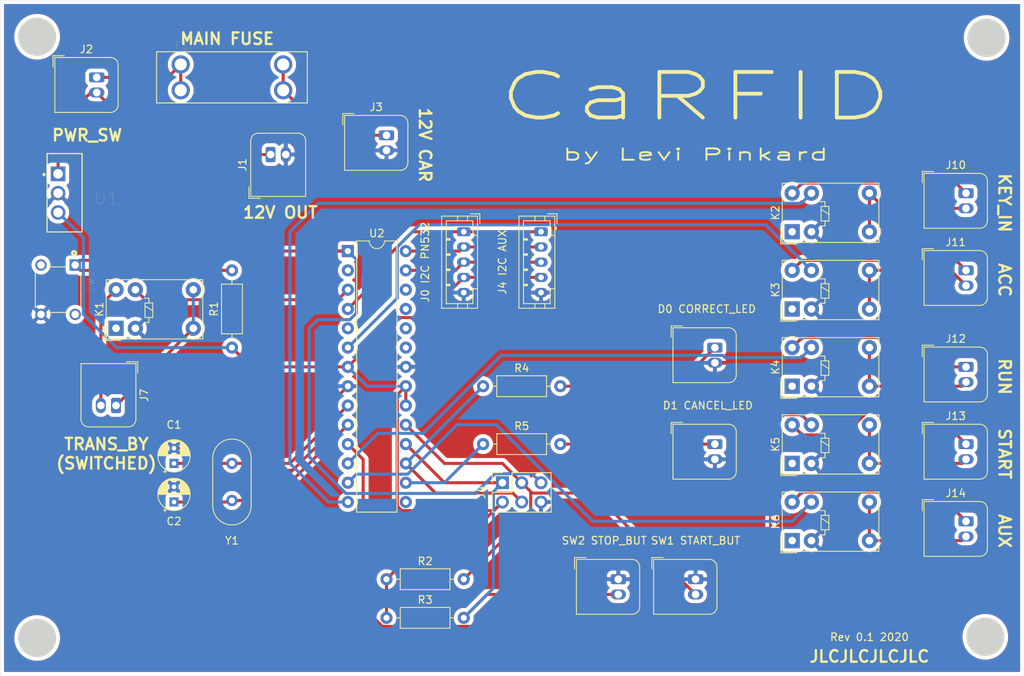
<source format=kicad_pcb>
(kicad_pcb (version 20201116) (generator pcbnew)
  (layers (0 "F.Cu" signal "Front") (31 "B.Cu" signal "Back") (35 "F.Paste" user) (37 "F.SilkS" user "F.Silkscreen") (38 "B.Mask" user) (39 "F.Mask" user) (44 "Edge.Cuts" user))
  (net 0 "")
  (net 1 "GND")
  (net 2 "Net-(J1-Pad1)")
  (net 3 "Net-(K1-Pad1)")
  (net 4 "Net-(K1-Pad9)")
  (net 5 "Net-(K2-Pad1)")
  (net 6 "Net-(K3-Pad1)")
  (net 7 "Net-(K3-Pad9)")
  (net 8 "Net-(K4-Pad1)")
  (net 9 "Net-(K4-Pad9)")
  (net 10 "Net-(C1-Pad1)")
  (net 11 "Net-(D1-Pad1)")
  (net 12 "Net-(K2-Pad9)")
  (net 13 "+12V")
  (net 14 "Net-(K5-Pad1)")
  (net 15 "Net-(C2-Pad1)")
  (net 16 "Net-(D2-Pad1)")
  (net 17 "Net-(F1-Pad1)")
  (net 18 "Net-(J4-Pad1)")
  (net 19 "Net-(J4-Pad2)")
  (net 20 "Net-(J4-Pad3)")
  (net 21 "Net-(J4-Pad4)")
  (net 22 "Net-(J4-Pad5)")
  (net 23 "Net-(J5-Pad1)")
  (net 24 "Net-(J5-Pad2)")
  (net 25 "Net-(J5-Pad3)")
  (net 26 "Net-(J7-Pad2)")
  (net 27 "Net-(J7-Pad1)")
  (net 28 "Net-(J10-Pad2)")
  (net 29 "Net-(J10-Pad1)")
  (net 30 "Net-(J11-Pad2)")
  (net 31 "Net-(J11-Pad1)")
  (net 32 "Net-(J12-Pad2)")
  (net 33 "Net-(J12-Pad1)")
  (net 34 "Net-(J13-Pad2)")
  (net 35 "Net-(J13-Pad1)")
  (net 36 "Net-(J14-Pad2)")
  (net 37 "Net-(J14-Pad1)")
  (net 38 "Net-(K5-Pad9)")
  (net 39 "Net-(K6-Pad1)")
  (net 40 "Net-(K6-Pad9)")
  (net 41 "Net-(R5-Pad1)")
  (net 42 "Net-(SW1-Pad2)")
  (net 43 "Net-(SW1-Pad3)")
  (net 44 "Net-(U2-Pad2)")
  (net 45 "Net-(U2-Pad5)")
  (net 46 "Net-(U2-Pad15)")
  (net 47 "Net-(U2-Pad23)")
  (net 48 "Net-(U2-Pad24)")
  (net 49 "Net-(U2-Pad25)")
  (net 50 "Net-(U2-Pad26)")
  (footprint "Capacitor_THT:CP_Radial_D4.0mm_P2.00mm" (layer "F.Cu") (at 38.1 101.6 90)
    (fp_text reference "C1" (at 5.08 0 180) (layer "F.SilkS"))
    (fp_text value "20pF")
    (pad "1" thru_hole rect (at 0 0 90) (size 1.2 1.2) (drill 0.6) (layers *.Cu *.Mask) (net 10 "Net-(C1-Pad1)"))
    (pad "2" thru_hole circle (at 2 0 90) (size 1.2 1.2) (drill 0.6) (layers *.Cu *.Mask) (net 1 "GND"))
  )
  (footprint "Relay_THT:Relay_SPDT_Omron_G5V-1" (layer "F.Cu") (at 119.38 91.44 90)
    (fp_text reference "K4" (at 2.5 -2.2 90) (layer "F.SilkS"))
    (fp_text value "G5V-1")
    (pad "1" thru_hole rect (at 0 0 90) (size 2 2) (drill 1) (layers *.Cu *.Mask) (net 8 "Net-(K4-Pad1)"))
    (pad "2" thru_hole circle (at 0 2.54 90) (size 2 2) (drill 1) (layers *.Cu *.Mask) (net 1 "GND"))
    (pad "5" thru_hole circle (at 0 10.16 90) (size 2 2) (drill 1) (layers *.Cu *.Mask) (net 32 "Net-(J12-Pad2)"))
    (pad "6" thru_hole circle (at 5.08 10.16 90) (size 2 2) (drill 1) (layers *.Cu *.Mask) (net 32 "Net-(J12-Pad2)"))
    (pad "9" thru_hole circle (at 5.08 2.54 90) (size 2 2) (drill 1) (layers *.Cu *.Mask) (net 9 "Net-(K4-Pad9)"))
    (pad "10" thru_hole circle (at 5.08 0 90) (size 2 2) (drill 1) (layers *.Cu *.Mask) (net 33 "Net-(J12-Pad1)"))
  )
  (footprint "Relay_THT:Relay_SPDT_Omron_G5V-1" (layer "F.Cu") (at 119.38 71.12 90)
    (fp_text reference "K2" (at 2.5 -2.2 90) (layer "F.SilkS"))
    (fp_text value "G5V-1")
    (pad "1" thru_hole rect (at 0 0 90) (size 2 2) (drill 1) (layers *.Cu *.Mask) (net 5 "Net-(K2-Pad1)"))
    (pad "2" thru_hole circle (at 0 2.54 90) (size 2 2) (drill 1) (layers *.Cu *.Mask) (net 1 "GND"))
    (pad "5" thru_hole circle (at 0 10.16 90) (size 2 2) (drill 1) (layers *.Cu *.Mask) (net 28 "Net-(J10-Pad2)"))
    (pad "6" thru_hole circle (at 5.08 10.16 90) (size 2 2) (drill 1) (layers *.Cu *.Mask) (net 28 "Net-(J10-Pad2)"))
    (pad "9" thru_hole circle (at 5.08 2.54 90) (size 2 2) (drill 1) (layers *.Cu *.Mask) (net 12 "Net-(K2-Pad9)"))
    (pad "10" thru_hole circle (at 5.08 0 90) (size 2 2) (drill 1) (layers *.Cu *.Mask) (net 29 "Net-(J10-Pad1)"))
  )
  (footprint "Connector_PinSocket_2.54mm:PinSocket_2x03_P2.54mm_Vertical" (layer "F.Cu") (at 81.28 104.14 90)
    (fp_text reference "J4" (at -1.27 -2.77 90) (layer "F.SilkS"))
    (fp_text value "AVR-ISP-6")
    (pad "1" thru_hole rect (at 0 0 90) (size 1.7 1.7) (drill 1) (layers *.Cu *.Mask) (net 18 "Net-(J4-Pad1)"))
    (pad "2" thru_hole oval (at -2.54 0 90) (size 1.7 1.7) (drill 1) (layers *.Cu *.Mask) (net 19 "Net-(J4-Pad2)"))
    (pad "3" thru_hole oval (at 0 2.54 90) (size 1.7 1.7) (drill 1) (layers *.Cu *.Mask) (net 20 "Net-(J4-Pad3)"))
    (pad "4" thru_hole oval (at -2.54 2.54 90) (size 1.7 1.7) (drill 1) (layers *.Cu *.Mask) (net 21 "Net-(J4-Pad4)"))
    (pad "5" thru_hole oval (at 0 5.08 90) (size 1.7 1.7) (drill 1) (layers *.Cu *.Mask) (net 22 "Net-(J4-Pad5)"))
    (pad "6" thru_hole oval (at -2.54 5.08 90) (size 1.7 1.7) (drill 1) (layers *.Cu *.Mask) (net 1 "GND"))
  )
  (footprint "Connector_JST:JST_JWPF_B02B-JWPF-SK-R_1x02_P2.00mm_Vertical" (layer "F.Cu") (at 142.24 99.06)
    (fp_text reference "J13" (at -1.35 -3.7) (layer "F.SilkS"))
    (fp_text value "Conn_01x02")
    (pad "1" thru_hole roundrect (at 0 0) (size 2 1.3) (drill 1) (layers *.Cu *.Mask) (roundrect_rratio 0.1923076923076923) (net 35 "Net-(J13-Pad1)"))
    (pad "2" thru_hole oval (at 0 2) (size 2 1.3) (drill 1) (layers *.Cu *.Mask) (net 34 "Net-(J13-Pad2)"))
  )
  (footprint "Connector_JST:JST_JWPF_B02B-JWPF-SK-R_1x02_P2.00mm_Vertical" (layer "F.Cu") (at 109.22 86.36)
    (fp_text reference "D1" hide)
    (fp_text value "LED")
    (pad "1" thru_hole roundrect (at 0 0) (size 2 1.3) (drill 1) (layers *.Cu *.Mask) (roundrect_rratio 0.1923076923076923) (net 11 "Net-(D1-Pad1)"))
    (pad "2" thru_hole oval (at 0 2) (size 2 1.3) (drill 1) (layers *.Cu *.Mask) (net 1 "GND"))
  )
  (footprint "Relay_THT:Relay_SPDT_Omron_G5V-1" (layer "F.Cu") (at 119.38 111.76 90)
    (fp_text reference "K6" (at 2.5 -2.2 90) (layer "F.SilkS"))
    (fp_text value "G5V-1")
    (pad "1" thru_hole rect (at 0 0 90) (size 2 2) (drill 1) (layers *.Cu *.Mask) (net 39 "Net-(K6-Pad1)"))
    (pad "2" thru_hole circle (at 0 2.54 90) (size 2 2) (drill 1) (layers *.Cu *.Mask) (net 1 "GND"))
    (pad "5" thru_hole circle (at 0 10.16 90) (size 2 2) (drill 1) (layers *.Cu *.Mask) (net 36 "Net-(J14-Pad2)"))
    (pad "6" thru_hole circle (at 5.08 10.16 90) (size 2 2) (drill 1) (layers *.Cu *.Mask) (net 36 "Net-(J14-Pad2)"))
    (pad "9" thru_hole circle (at 5.08 2.54 90) (size 2 2) (drill 1) (layers *.Cu *.Mask) (net 40 "Net-(K6-Pad9)"))
    (pad "10" thru_hole circle (at 5.08 0 90) (size 2 2) (drill 1) (layers *.Cu *.Mask) (net 37 "Net-(J14-Pad1)"))
  )
  (footprint "Package_DIP:DIP-28_W7.62mm" (layer "F.Cu") (at 60.96 73.66)
    (fp_text reference "U2" (at 3.81 -2.33) (layer "F.SilkS"))
    (fp_text value "ATmega328-P")
    (pad "1" thru_hole rect (at 0 0) (size 1.6 1.6) (drill 0.8) (layers *.Cu *.Mask) (net 22 "Net-(J4-Pad5)"))
    (pad "2" thru_hole oval (at 0 2.54) (size 1.6 1.6) (drill 0.8) (layers *.Cu *.Mask) (net 44 "Net-(U2-Pad2)"))
    (pad "3" thru_hole oval (at 0 5.08) (size 1.6 1.6) (drill 0.8) (layers *.Cu *.Mask) (net 4 "Net-(K1-Pad9)"))
    (pad "4" thru_hole oval (at 0 7.62) (size 1.6 1.6) (drill 0.8) (layers *.Cu *.Mask) (net 23 "Net-(J5-Pad1)"))
    (pad "5" thru_hole oval (at 0 10.16) (size 1.6 1.6) (drill 0.8) (layers *.Cu *.Mask) (net 45 "Net-(U2-Pad5)"))
    (pad "6" thru_hole oval (at 0 12.7) (size 1.6 1.6) (drill 0.8) (layers *.Cu *.Mask) (net 7 "Net-(K3-Pad9)"))
    (pad "7" thru_hole oval (at 0 15.24) (size 1.6 1.6) (drill 0.8) (layers *.Cu *.Mask) (net 19 "Net-(J4-Pad2)"))
    (pad "8" thru_hole oval (at 0 17.78) (size 1.6 1.6) (drill 0.8) (layers *.Cu *.Mask) (net 1 "GND"))
    (pad "9" thru_hole oval (at 0 20.32) (size 1.6 1.6) (drill 0.8) (layers *.Cu *.Mask) (net 10 "Net-(C1-Pad1)"))
    (pad "10" thru_hole oval (at 0 22.86) (size 1.6 1.6) (drill 0.8) (layers *.Cu *.Mask) (net 15 "Net-(C2-Pad1)"))
    (pad "11" thru_hole oval (at 0 25.4) (size 1.6 1.6) (drill 0.8) (layers *.Cu *.Mask) (net 38 "Net-(K5-Pad9)"))
    (pad "12" thru_hole oval (at 0 27.94) (size 1.6 1.6) (drill 0.8) (layers *.Cu *.Mask) (net 9 "Net-(K4-Pad9)"))
    (pad "13" thru_hole oval (at 0 30.48) (size 1.6 1.6) (drill 0.8) (layers *.Cu *.Mask) (net 40 "Net-(K6-Pad9)"))
    (pad "14" thru_hole oval (at 0 33.02) (size 1.6 1.6) (drill 0.8) (layers *.Cu *.Mask) (net 12 "Net-(K2-Pad9)"))
    (pad "15" thru_hole oval (at 7.62 33.02) (size 1.6 1.6) (drill 0.8) (layers *.Cu *.Mask) (net 46 "Net-(U2-Pad15)"))
    (pad "16" thru_hole oval (at 7.62 30.48) (size 1.6 1.6) (drill 0.8) (layers *.Cu *.Mask) (net 41 "Net-(R5-Pad1)"))
    (pad "17" thru_hole oval (at 7.62 27.94) (size 1.6 1.6) (drill 0.8) (layers *.Cu *.Mask) (net 21 "Net-(J4-Pad4)"))
    (pad "18" thru_hole oval (at 7.62 25.4) (size 1.6 1.6) (drill 0.8) (layers *.Cu *.Mask) (net 18 "Net-(J4-Pad1)"))
    (pad "19" thru_hole oval (at 7.62 22.86) (size 1.6 1.6) (drill 0.8) (layers *.Cu *.Mask) (net 20 "Net-(J4-Pad3)"))
    (pad "20" thru_hole oval (at 7.62 20.32) (size 1.6 1.6) (drill 0.8) (layers *.Cu *.Mask) (net 19 "Net-(J4-Pad2)"))
    (pad "21" thru_hole oval (at 7.62 17.78) (size 1.6 1.6) (drill 0.8) (layers *.Cu *.Mask) (net 19 "Net-(J4-Pad2)"))
    (pad "22" thru_hole oval (at 7.62 15.24) (size 1.6 1.6) (drill 0.8) (layers *.Cu *.Mask) (net 1 "GND"))
    (pad "23" thru_hole oval (at 7.62 12.7) (size 1.6 1.6) (drill 0.8) (layers *.Cu *.Mask) (net 47 "Net-(U2-Pad23)"))
    (pad "24" thru_hole oval (at 7.62 10.16) (size 1.6 1.6) (drill 0.8) (layers *.Cu *.Mask) (net 48 "Net-(U2-Pad24)"))
    (pad "25" thru_hole oval (at 7.62 7.62) (size 1.6 1.6) (drill 0.8) (layers *.Cu *.Mask) (net 49 "Net-(U2-Pad25)"))
    (pad "26" thru_hole oval (at 7.62 5.08) (size 1.6 1.6) (drill 0.8) (layers *.Cu *.Mask) (net 50 "Net-(U2-Pad26)"))
    (pad "27" thru_hole oval (at 7.62 2.54) (size 1.6 1.6) (drill 0.8) (layers *.Cu *.Mask) (net 25 "Net-(J5-Pad3)"))
    (pad "28" thru_hole oval (at 7.62 0) (size 1.6 1.6) (drill 0.8) (layers *.Cu *.Mask) (net 24 "Net-(J5-Pad2)"))
  )
  (footprint "Connector_JST:JST_JWPF_B02B-JWPF-SK-R_1x02_P2.00mm_Vertical" (layer "F.Cu") (at 50.8 60.96 90)
    (fp_text reference "J1" (at -1.35 -3.7 90) (layer "F.SilkS"))
    (fp_text value "Conn_01x02")
    (pad "1" thru_hole roundrect (at 0 0 90) (size 2 1.3) (drill 1) (layers *.Cu *.Mask) (roundrect_rratio 0.1923076923076923) (net 2 "Net-(J1-Pad1)"))
    (pad "2" thru_hole oval (at 0 2 90) (size 2 1.3) (drill 1) (layers *.Cu *.Mask) (net 1 "GND"))
  )
  (footprint "Resistor_THT:R_Axial_DIN0207_L6.3mm_D2.5mm_P10.16mm_Horizontal" (layer "F.Cu") (at 66.04 116.84)
    (fp_text reference "R2" (at 5.08 -2.37) (layer "F.SilkS"))
    (fp_text value "1K")
    (pad "1" thru_hole circle (at 0 0) (size 1.6 1.6) (drill 0.8) (layers *.Cu *.Mask) (net 19 "Net-(J4-Pad2)"))
    (pad "2" thru_hole oval (at 10.16 0) (size 1.6 1.6) (drill 0.8) (layers *.Cu *.Mask) (net 20 "Net-(J4-Pad3)"))
  )
  (footprint "Connector_JST:JST_JWPF_B02B-JWPF-SK-R_1x02_P2.00mm_Vertical" (layer "F.Cu") (at 96.52 116.84)
    (fp_text reference "J9" hide)
    (fp_text value "SW_SPST")
    (pad "1" thru_hole roundrect (at 0 0) (size 2 1.3) (drill 1) (layers *.Cu *.Mask) (roundrect_rratio 0.1923076923076923) (net 1 "GND"))
    (pad "2" thru_hole oval (at 0 2) (size 2 1.3) (drill 1) (layers *.Cu *.Mask) (net 18 "Net-(J4-Pad1)"))
  )
  (footprint "Resistor_THT:R_Axial_DIN0207_L6.3mm_D2.5mm_P10.16mm_Horizontal" (layer "F.Cu") (at 45.72 86.36 90)
    (fp_text reference "R1" (at 5.08 -2.37 90) (layer "F.SilkS"))
    (fp_text value "1K")
    (pad "1" thru_hole circle (at 0 0 90) (size 1.6 1.6) (drill 0.8) (layers *.Cu *.Mask) (net 19 "Net-(J4-Pad2)"))
    (pad "2" thru_hole oval (at 10.16 0 90) (size 1.6 1.6) (drill 0.8) (layers *.Cu *.Mask) (net 22 "Net-(J4-Pad5)"))
  )
  (footprint "Relay_THT:Relay_SPDT_Omron_G5V-1" (layer "F.Cu") (at 119.38 81.28 90)
    (fp_text reference "K3" (at 2.5 -2.2 90) (layer "F.SilkS"))
    (fp_text value "G5V-1")
    (pad "1" thru_hole rect (at 0 0 90) (size 2 2) (drill 1) (layers *.Cu *.Mask) (net 6 "Net-(K3-Pad1)"))
    (pad "2" thru_hole circle (at 0 2.54 90) (size 2 2) (drill 1) (layers *.Cu *.Mask) (net 1 "GND"))
    (pad "5" thru_hole circle (at 0 10.16 90) (size 2 2) (drill 1) (layers *.Cu *.Mask) (net 30 "Net-(J11-Pad2)"))
    (pad "6" thru_hole circle (at 5.08 10.16 90) (size 2 2) (drill 1) (layers *.Cu *.Mask) (net 30 "Net-(J11-Pad2)"))
    (pad "9" thru_hole circle (at 5.08 2.54 90) (size 2 2) (drill 1) (layers *.Cu *.Mask) (net 7 "Net-(K3-Pad9)"))
    (pad "10" thru_hole circle (at 5.08 0 90) (size 2 2) (drill 1) (layers *.Cu *.Mask) (net 31 "Net-(J11-Pad1)"))
  )
  (footprint "voltage2:TO254P460X1020X1945-3P" (layer "F.Cu") (at 22.86 66.04)
    (fp_text reference "U1" (at 6.35 0.635) (layer "F.SilkS") (effects (font (size 1.641433 1.641433) (thickness 0.015))))
    (fp_text value "L7805ACV")
    (pad "1" thru_hole rect (at 0 -2.54) (size 1.91 1.91) (drill 1.27) (layers *.Cu *.Mask) (net 2 "Net-(J1-Pad1)"))
    (pad "2" thru_hole circle (at 0 0) (size 1.91 1.91) (drill 1.27) (layers *.Cu *.Mask) (net 1 "GND"))
    (pad "3" thru_hole circle (at 0 2.54) (size 1.91 1.91) (drill 1.27) (layers *.Cu *.Mask) (net 19 "Net-(J4-Pad2)"))
  )
  (footprint "Resistor_THT:R_Axial_DIN0207_L6.3mm_D2.5mm_P10.16mm_Horizontal" (layer "F.Cu") (at 78.74 91.44)
    (fp_text reference "R4" (at 5.08 -2.37) (layer "F.SilkS"))
    (fp_text value "330")
    (pad "1" thru_hole circle (at 0 0) (size 1.6 1.6) (drill 0.8) (layers *.Cu *.Mask) (net 21 "Net-(J4-Pad4)"))
    (pad "2" thru_hole oval (at 10.16 0) (size 1.6 1.6) (drill 0.8) (layers *.Cu *.Mask) (net 11 "Net-(D1-Pad1)"))
  )
  (footprint "Connector_JST:JST_JWPF_B02B-JWPF-SK-R_1x02_P2.00mm_Vertical" (layer "F.Cu") (at 109.22 99.06)
    (fp_text reference "D2" hide)
    (fp_text value "LED")
    (pad "1" thru_hole roundrect (at 0 0) (size 2 1.3) (drill 1) (layers *.Cu *.Mask) (roundrect_rratio 0.1923076923076923) (net 16 "Net-(D2-Pad1)"))
    (pad "2" thru_hole oval (at 0 2) (size 2 1.3) (drill 1) (layers *.Cu *.Mask) (net 1 "GND"))
  )
  (footprint "Connector_JST:JST_JWPF_B02B-JWPF-SK-R_1x02_P2.00mm_Vertical" (layer "F.Cu") (at 30.48 93.98 -90)
    (fp_text reference "J7" (at -1.35 -3.7 90) (layer "F.SilkS"))
    (fp_text value "SW_SPST")
    (pad "1" thru_hole roundrect (at 0 0 270) (size 2 1.3) (drill 1) (layers *.Cu *.Mask) (roundrect_rratio 0.1923076923076923) (net 27 "Net-(J7-Pad1)"))
    (pad "2" thru_hole oval (at 0 2 270) (size 2 1.3) (drill 1) (layers *.Cu *.Mask) (net 26 "Net-(J7-Pad2)"))
  )
  (footprint "3557:FUSE_3557-2" (layer "F.Cu") (at 45.72 50.8)
    (fp_text reference "F1" (at -6.61381 -4.14052) (layer "F.SilkS") (effects (font (size 1.001339 1.001339) (thickness 0.015))))
    (fp_text value "Fuse 5A")
    (pad "1" thru_hole circle (at -6.735 -1.7) (size 2.4 2.4) (drill 1.6) (layers *.Cu *.Mask) (net 17 "Net-(F1-Pad1)"))
    (pad "2" thru_hole circle (at -6.735 1.7) (size 2.4 2.4) (drill 1.6) (layers *.Cu *.Mask) (net 17 "Net-(F1-Pad1)"))
    (pad "3" thru_hole circle (at 6.735 -1.7) (size 2.4 2.4) (drill 1.6) (layers *.Cu *.Mask) (net 13 "+12V"))
    (pad "4" thru_hole circle (at 6.735 1.7) (size 2.4 2.4) (drill 1.6) (layers *.Cu *.Mask) (net 13 "+12V"))
  )
  (footprint "Resistor_THT:R_Axial_DIN0207_L6.3mm_D2.5mm_P10.16mm_Horizontal" (layer "F.Cu") (at 66.04 121.92)
    (fp_text reference "R3" (at 5.08 -2.37) (layer "F.SilkS"))
    (fp_text value "1K")
    (pad "1" thru_hole circle (at 0 0) (size 1.6 1.6) (drill 0.8) (layers *.Cu *.Mask) (net 19 "Net-(J4-Pad2)"))
    (pad "2" thru_hole oval (at 10.16 0) (size 1.6 1.6) (drill 0.8) (layers *.Cu *.Mask) (net 18 "Net-(J4-Pad1)"))
  )
  (footprint "Connector_JST:JST_JWPF_B02B-JWPF-SK-R_1x02_P2.00mm_Vertical" (layer "F.Cu") (at 142.24 109.22)
    (fp_text reference "J14" (at -1.35 -3.7) (layer "F.SilkS"))
    (fp_text value "Conn_01x02")
    (pad "1" thru_hole roundrect (at 0 0) (size 2 1.3) (drill 1) (layers *.Cu *.Mask) (roundrect_rratio 0.1923076923076923) (net 37 "Net-(J14-Pad1)"))
    (pad "2" thru_hole oval (at 0 2) (size 2 1.3) (drill 1) (layers *.Cu *.Mask) (net 36 "Net-(J14-Pad2)"))
  )
  (footprint "Connector_JST:JST_JWPF_B02B-JWPF-SK-R_1x02_P2.00mm_Vertical" (layer "F.Cu") (at 106.68 116.84)
    (fp_text reference "J8" hide)
    (fp_text value "SW_SPST")
    (pad "1" thru_hole roundrect (at 0 0) (size 2 1.3) (drill 1) (layers *.Cu *.Mask) (roundrect_rratio 0.1923076923076923) (net 1 "GND"))
    (pad "2" thru_hole oval (at 0 2) (size 2 1.3) (drill 1) (layers *.Cu *.Mask) (net 20 "Net-(J4-Pad3)"))
  )
  (footprint "Connector_JST:JST_JWPF_B02B-JWPF-SK-R_1x02_P2.00mm_Vertical" (layer "F.Cu") (at 142.24 76.2)
    (fp_text reference "J11" (at -1.35 -3.7) (layer "F.SilkS"))
    (fp_text value "Conn_01x02")
    (pad "1" thru_hole roundrect (at 0 0) (size 2 1.3) (drill 1) (layers *.Cu *.Mask) (roundrect_rratio 0.1923076923076923) (net 31 "Net-(J11-Pad1)"))
    (pad "2" thru_hole oval (at 0 2) (size 2 1.3) (drill 1) (layers *.Cu *.Mask) (net 30 "Net-(J11-Pad2)"))
  )
  (footprint "Connector_JST:JST_JWPF_B02B-JWPF-SK-R_1x02_P2.00mm_Vertical" (layer "F.Cu") (at 27.94 50.8)
    (fp_text reference "J2" (at -1.35 -3.7) (layer "F.SilkS"))
    (fp_text value "SW_SPST")
    (pad "1" thru_hole roundrect (at 0 0) (size 2 1.3) (drill 1) (layers *.Cu *.Mask) (roundrect_rratio 0.192) (net 17 "Net-(F1-Pad1)"))
    (pad "2" thru_hole oval (at 0 2) (size 2 1.3) (drill 1) (layers *.Cu *.Mask) (net 2 "Net-(J1-Pad1)"))
  )
  (footprint "Connector_JST:JST_JWPF_B02B-JWPF-SK-R_1x02_P2.00mm_Vertical" (layer "F.Cu") (at 142.24 66.04)
    (fp_text reference "J10" (at -1.35 -3.7) (layer "F.SilkS"))
    (fp_text value "Conn_01x02")
    (pad "1" thru_hole roundrect (at 0 0) (size 2 1.3) (drill 1) (layers *.Cu *.Mask) (roundrect_rratio 0.1923076923076923) (net 29 "Net-(J10-Pad1)"))
    (pad "2" thru_hole oval (at 0 2) (size 2 1.3) (drill 1) (layers *.Cu *.Mask) (net 28 "Net-(J10-Pad2)"))
  )
  (footprint "bt:SW_2-1825910-7" (layer "F.Cu") (at 22.86 78.74 -90)
    (fp_text reference "SW1" (at -1.02794 -4.23752 90) (layer "F.SilkS") (effects (font (thickness 0.015))))
    (fp_text value "RESET")
    (pad "1" thru_hole rect (at -3.25 -2.25 270) (size 1.498 1.498) (drill 0.99) (layers *.Cu *.Mask) (net 22 "Net-(J4-Pad5)"))
    (pad "2" thru_hole circle (at 3.25 -2.25 270) (size 1.498 1.498) (drill 0.99) (layers *.Cu *.Mask) (net 42 "Net-(SW1-Pad2)"))
    (pad "3" thru_hole circle (at -3.25 2.25 270) (size 1.498 1.498) (drill 0.99) (layers *.Cu *.Mask) (net 43 "Net-(SW1-Pad3)"))
    (pad "4" thru_hole circle (at 3.25 2.25 270) (size 1.498 1.498) (drill 0.99) (layers *.Cu *.Mask) (net 1 "GND"))
  )
  (footprint "Resistor_THT:R_Axial_DIN0207_L6.3mm_D2.5mm_P10.16mm_Horizontal" (layer "F.Cu") (at 78.74 99.06)
    (fp_text reference "R5" (at 5.08 -2.37) (layer "F.SilkS"))
    (fp_text value "330")
    (pad "1" thru_hole circle (at 0 0) (size 1.6 1.6) (drill 0.8) (layers *.Cu *.Mask) (net 41 "Net-(R5-Pad1)"))
    (pad "2" thru_hole oval (at 10.16 0) (size 1.6 1.6) (drill 0.8) (layers *.Cu *.Mask) (net 16 "Net-(D2-Pad1)"))
  )
  (footprint "Connector_JST:JST_JWPF_B02B-JWPF-SK-R_1x02_P2.00mm_Vertical" (layer "F.Cu") (at 66.04 58.42)
    (fp_text reference "J3" (at -1.35 -3.7) (layer "F.SilkS"))
    (fp_text value "SW_SPST")
    (pad "1" thru_hole roundrect (at 0 0) (size 2 1.3) (drill 1) (layers *.Cu *.Mask) (roundrect_rratio 0.192) (net 13 "+12V"))
    (pad "2" thru_hole oval (at 0 2) (size 2 1.3) (drill 1) (layers *.Cu *.Mask) (net 1 "GND"))
  )
  (footprint "Relay_THT:Relay_SPDT_Omron_G5V-1" (layer "F.Cu") (at 119.38 101.6 90)
    (fp_text reference "K5" (at 2.5 -2.2 90) (layer "F.SilkS"))
    (fp_text value "G5V-1")
    (pad "1" thru_hole rect (at 0 0 90) (size 2 2) (drill 1) (layers *.Cu *.Mask) (net 14 "Net-(K5-Pad1)"))
    (pad "2" thru_hole circle (at 0 2.54 90) (size 2 2) (drill 1) (layers *.Cu *.Mask) (net 1 "GND"))
    (pad "5" thru_hole circle (at 0 10.16 90) (size 2 2) (drill 1) (layers *.Cu *.Mask) (net 34 "Net-(J13-Pad2)"))
    (pad "6" thru_hole circle (at 5.08 10.16 90) (size 2 2) (drill 1) (layers *.Cu *.Mask) (net 34 "Net-(J13-Pad2)"))
    (pad "9" thru_hole circle (at 5.08 2.54 90) (size 2 2) (drill 1) (layers *.Cu *.Mask) (net 38 "Net-(K5-Pad9)"))
    (pad "10" thru_hole circle (at 5.08 0 90) (size 2 2) (drill 1) (layers *.Cu *.Mask) (net 35 "Net-(J13-Pad1)"))
  )
  (footprint "Relay_THT:Relay_SPDT_Omron_G5V-1" (layer "F.Cu") (at 30.48 83.82 90)
    (fp_text reference "K1" (at 2.5 -2.2 90) (layer "F.SilkS"))
    (fp_text value "G5V-1")
    (pad "1" thru_hole rect (at 0 0 90) (size 2 2) (drill 1) (layers *.Cu *.Mask) (net 3 "Net-(K1-Pad1)"))
    (pad "2" thru_hole circle (at 0 2.54 90) (size 2 2) (drill 1) (layers *.Cu *.Mask) (net 1 "GND"))
    (pad "5" thru_hole circle (at 0 10.16 90) (size 2 2) (drill 1) (layers *.Cu *.Mask) (net 27 "Net-(J7-Pad1)"))
    (pad "6" thru_hole circle (at 5.08 10.16 90) (size 2 2) (drill 1) (layers *.Cu *.Mask) (net 27 "Net-(J7-Pad1)"))
    (pad "9" thru_hole circle (at 5.08 2.54 90) (size 2 2) (drill 1) (layers *.Cu *.Mask) (net 4 "Net-(K1-Pad9)"))
    (pad "10" thru_hole circle (at 5.08 0 90) (size 2 2) (drill 1) (layers *.Cu *.Mask) (net 26 "Net-(J7-Pad2)"))
  )
  (footprint "Connector_JST:JST_PH_B5B-PH-K_1x05_P2.00mm_Vertical" (layer "F.Cu") (at 76.2 71.12 -90)
    (fp_text reference "J5" hide)
    (fp_text value "Conn_01x05")
    (pad "1" thru_hole roundrect (at 0 0 270) (size 1.2 1.75) (drill 0.75) (layers *.Cu *.Mask) (roundrect_rratio 0.2083333333333333) (net 23 "Net-(J5-Pad1)"))
    (pad "2" thru_hole oval (at 2 0 270) (size 1.2 1.75) (drill 0.75) (layers *.Cu *.Mask) (net 24 "Net-(J5-Pad2)"))
    (pad "3" thru_hole oval (at 4 0 270) (size 1.2 1.75) (drill 0.75) (layers *.Cu *.Mask) (net 25 "Net-(J5-Pad3)"))
    (pad "4" thru_hole oval (at 6 0 270) (size 1.2 1.75) (drill 0.75) (layers *.Cu *.Mask) (net 19 "Net-(J4-Pad2)"))
    (pad "5" thru_hole oval (at 8 0 270) (size 1.2 1.75) (drill 0.75) (layers *.Cu *.Mask) (net 1 "GND"))
  )
  (footprint "Connector_JST:JST_PH_B5B-PH-K_1x05_P2.00mm_Vertical" (layer "F.Cu") (at 86.36 71.12 -90)
    (fp_text reference "J6" hide)
    (fp_text value "Conn_01x05")
    (pad "1" thru_hole roundrect (at 0 0 270) (size 1.2 1.75) (drill 0.75) (layers *.Cu *.Mask) (roundrect_rratio 0.2083333333333333) (net 23 "Net-(J5-Pad1)"))
    (pad "2" thru_hole oval (at 2 0 270) (size 1.2 1.75) (drill 0.75) (layers *.Cu *.Mask) (net 24 "Net-(J5-Pad2)"))
    (pad "3" thru_hole oval (at 4 0 270) (size 1.2 1.75) (drill 0.75) (layers *.Cu *.Mask) (net 25 "Net-(J5-Pad3)"))
    (pad "4" thru_hole oval (at 6 0 270) (size 1.2 1.75) (drill 0.75) (layers *.Cu *.Mask) (net 19 "Net-(J4-Pad2)"))
    (pad "5" thru_hole oval (at 8 0 270) (size 1.2 1.75) (drill 0.75) (layers *.Cu *.Mask) (net 1 "GND"))
  )
  (footprint "Crystal:Crystal_HC49-U_Vertical" (layer "F.Cu") (at 45.72 101.6 -90)
    (fp_text reference "Y1" (at 10.16 0 180) (layer "F.SilkS"))
    (fp_text value "16MHz")
    (pad "1" thru_hole circle (at 0 0 270) (size 1.5 1.5) (drill 0.8) (layers *.Cu *.Mask) (net 10 "Net-(C1-Pad1)"))
    (pad "2" thru_hole circle (at 4.88 0 270) (size 1.5 1.5) (drill 0.8) (layers *.Cu *.Mask) (net 15 "Net-(C2-Pad1)"))
  )
  (footprint "Connector_JST:JST_JWPF_B02B-JWPF-SK-R_1x02_P2.00mm_Vertical" (layer "F.Cu") (at 142.24 88.9)
    (fp_text reference "J12" (at -1.35 -3.7) (layer "F.SilkS"))
    (fp_text value "Conn_01x02")
    (pad "1" thru_hole roundrect (at 0 0) (size 2 1.3) (drill 1) (layers *.Cu *.Mask) (roundrect_rratio 0.1923076923076923) (net 33 "Net-(J12-Pad1)"))
    (pad "2" thru_hole oval (at 0 2) (size 2 1.3) (drill 1) (layers *.Cu *.Mask) (net 32 "Net-(J12-Pad2)"))
  )
  (footprint "Capacitor_THT:CP_Radial_D4.0mm_P2.00mm" (layer "F.Cu") (at 38.1 106.68 90)
    (fp_text reference "C2" (at -2.54 0 180) (layer "F.SilkS"))
    (fp_text value "20pF")
    (pad "1" thru_hole rect (at 0 0 90) (size 1.2 1.2) (drill 0.6) (layers *.Cu *.Mask) (net 15 "Net-(C2-Pad1)"))
    (pad "2" thru_hole circle (at 2 0 90) (size 1.2 1.2) (drill 0.6) (layers *.Cu *.Mask) (net 1 "GND"))
  )
  (gr_rect (start 15.24 40.64) (end 149.86 129.54) (layer "Edge.Cuts") (width 0.038099) (fill none))
  (gr_circle (center 20.104 45.458588) (end 22.604 45.458588) (layer "Edge.Cuts") (width 0.038099) (fill solid))
  (gr_circle (center 20.104 124.569618) (end 22.604 124.569618) (layer "Edge.Cuts") (width 0.038099) (fill solid))
  (gr_circle (center 144.943948 45.611018) (end 147.443948 45.611018) (layer "Edge.Cuts") (width 0.038099) (fill solid))
  (gr_circle (center 144.78 124.417188) (end 147.28 124.417188) (layer "Edge.Cuts") (width 0.038099) (fill solid))
  (gr_text "D0 CORRECT_LED\n" (at 101.6 81.28) (layer "F.SilkS") (effects (font (size 1 1)) (justify left)))
  (gr_text "ACC\n" (at 147.32 77.47 270) (layer "F.SilkS") (effects (font (size 1.524 1.524) (thickness 0.3048))))
  (gr_text "J4 I2C AUX\n" (at 81.28 75.12 90) (layer "F.SilkS") (effects (font (size 1 1))))
  (gr_text "MAIN FUSE\n" (at 45.085 45.72) (layer "F.SilkS") (effects (font (size 1.524 1.524) (thickness 0.3048))))
  (gr_text "SW2 STOP_BUT\n" (at 94.67 111.76) (layer "F.SilkS") (effects (font (size 1 1))))
  (gr_text "PWR_SW\n" (at 26.67 58.42) (layer "F.SilkS") (effects (font (size 1.524 1.524) (thickness 0.3048))))
  (gr_text "12V OUT" (at 52.07 68.58) (layer "F.SilkS") (effects (font (size 1.524 1.524) (thickness 0.3048))))
  (gr_text "JLCJLCJLCJLC" (at 129.54 127) (layer "F.SilkS") (effects (font (size 1.524 1.524) (thickness 0.3048))))
  (gr_text "AUX\n" (at 147.32 110.49 270) (layer "F.SilkS") (effects (font (size 1.524 1.524) (thickness 0.3048))))
  (gr_text "12V CAR" (at 71.12 59.69 270) (layer "F.SilkS") (effects (font (size 1.524 1.524) (thickness 0.3048))))
  (gr_text "RUN\n" (at 147.32 90.17 270) (layer "F.SilkS") (effects (font (size 1.524 1.524) (thickness 0.3048))))
  (gr_text "J0 I2C PN532" (at 71.12 75.12 90) (layer "F.SilkS") (effects (font (size 1 1))))
  (gr_text "Rev 0.1 2020" (at 129.54 124.46) (layer "F.SilkS") (effects (font (size 1 1))))
  (gr_text "by Levi Pinkard" (at 106.68 60.96) (layer "F.SilkS") (effects (font (size 1.5 3) (thickness 0.25))))
  (gr_text "D1 CANCEL_LED\n" (at 114.3 93.98) (layer "F.SilkS") (effects (font (size 1 1)) (justify right)))
  (gr_text "KEY_IN\n" (at 147.32 67.31 270) (layer "F.SilkS") (effects (font (size 1.524 1.524) (thickness 0.3048))))
  (gr_text "CaRFID" (at 106.68 53.34) (layer "F.SilkS") (effects (font (size 6 10) (thickness 0.5))))
  (gr_text "(SWITCHED)\n" (at 29.21 101.6) (layer "F.SilkS") (effects (font (size 1.524 1.524) (thickness 0.3048))))
  (gr_text "TRANS_BY" (at 29.21 99.06) (layer "F.SilkS") (effects (font (size 1.524 1.524) (thickness 0.3048))))
  (gr_text "SW1 START_BUT\n" (at 106.68 111.76) (layer "F.SilkS") (effects (font (size 1 1))))
  (gr_text "START" (at 147.32 100.33 270) (layer "F.SilkS") (effects (font (size 1.524 1.524) (thickness 0.3048))))
  (segment (start 38.1 99.6) (end 52.8 99.6) (width 0.4) (layer "F.Cu") (net 1))
  (segment (start 52.8 99.6) (end 60.96 91.44) (width 0.4) (layer "F.Cu") (net 1))
  (segment (start 27.94 52.8) (end 33.56 58.42) (width 0.4) (layer "F.Cu") (net 2))
  (segment (start 22.86 57.097998) (end 22.86 63.5) (width 0.4) (layer "F.Cu") (net 2))
  (segment (start 27.94 52.8) (end 27.157998 52.8) (width 0.4) (layer "F.Cu") (net 2))
  (segment (start 50.8 60.96) (end 48.26 60.96) (width 0.4) (layer "F.Cu") (net 2))
  (segment (start 27.157998 52.8) (end 22.86 57.097998) (width 0.4) (layer "F.Cu") (net 2))
  (segment (start 45.72 58.42) (end 47.61 60.31) (width 0.4) (layer "F.Cu") (net 2))
  (segment (start 48.26 60.96) (end 47.61 60.31) (width 0.4) (layer "F.Cu") (net 2))
  (segment (start 33.56 58.42) (end 45.72 58.42) (width 0.4) (layer "F.Cu") (net 2))
  (segment (start 34.347001 80.067001) (end 33.02 78.74) (width 0.4) (layer "F.Cu") (net 4))
  (segment (start 59.632999 80.067001) (end 34.347001 80.067001) (width 0.4) (layer "F.Cu") (net 4))
  (segment (start 60.96 78.74) (end 59.632999 80.067001) (width 0.4) (layer "F.Cu") (net 4))
  (segment (start 60.96 86.36) (end 67.452999 79.867001) (width 0.4) (layer "B.Cu") (net 7))
  (segment (start 115.91299 70.19299) (end 121.92 76.2) (width 0.4) (layer "B.Cu") (net 7))
  (segment (start 70.379048 70.19299) (end 115.91299 70.19299) (width 0.4) (layer "B.Cu") (net 7))
  (segment (start 67.452999 79.867001) (end 67.452999 73.119039) (width 0.4) (layer "B.Cu") (net 7))
  (segment (start 67.452999 73.119039) (end 70.379048 70.19299) (width 0.4) (layer "B.Cu") (net 7))
  (segment (start 75.659999 92.854999) (end 70.867997 97.647001) (width 0.4) (layer "B.Cu") (net 9))
  (segment (start 121.92 86.36) (end 120.592999 87.687001) (width 0.4) (layer "B.Cu") (net 9))
  (segment (start 81.132008 87.38299) (end 75.659999 92.854999) (width 0.4) (layer "B.Cu") (net 9))
  (segment (start 64.912999 97.647001) (end 60.96 101.6) (width 0.4) (layer "B.Cu") (net 9))
  (segment (start 120.592999 87.687001) (end 110.558999 87.687001) (width 0.4) (layer "B.Cu") (net 9))
  (segment (start 70.867997 97.647001) (end 64.912999 97.647001) (width 0.4) (layer "B.Cu") (net 9))
  (segment (start 110.254988 87.38299) (end 81.227968 87.38299) (width 0.4) (layer "B.Cu") (net 9))
  (segment (start 110.558999 87.687001) (end 110.254988 87.38299) (width 0.4) (layer "B.Cu") (net 9))
  (segment (start 81.227968 87.38299) (end 81.132008 87.38299) (width 0.4) (layer "B.Cu") (net 9))
  (segment (start 38.1 101.6) (end 45.72 101.6) (width 0.4) (layer "F.Cu") (net 10))
  (segment (start 45.72 101.6) (end 53.34 101.6) (width 0.4) (layer "F.Cu") (net 10))
  (segment (start 53.34 101.6) (end 60.96 93.98) (width 0.4) (layer "F.Cu") (net 10))
  (segment (start 88.9 91.44) (end 99.06 91.44) (width 0.4) (layer "F.Cu") (net 11))
  (segment (start 104.14 91.44) (end 109.22 86.36) (width 0.4) (layer "F.Cu") (net 11))
  (segment (start 99.06 91.44) (end 104.14 91.44) (width 0.4) (layer "F.Cu") (net 11))
  (segment (start 58.42 106.68) (end 60.96 106.68) (width 0.4) (layer "B.Cu") (net 12))
  (segment (start 53.34 71.12) (end 53.34 99.11141) (width 0.4) (layer "B.Cu") (net 12))
  (segment (start 120.592999 67.367001) (end 57.096999 67.367001) (width 0.4) (layer "B.Cu") (net 12))
  (segment (start 121.92 66.04) (end 120.592999 67.367001) (width 0.4) (layer "B.Cu") (net 12))
  (segment (start 57.096999 67.367001) (end 57.094999 67.365001) (width 0.4) (layer "B.Cu") (net 12))
  (segment (start 58.42 106.68) (end 55.88 104.14) (width 0.4) (layer "B.Cu") (net 12))
  (segment (start 57.094999 67.365001) (end 55.42999 69.03001) (width 0.4) (layer "B.Cu") (net 12))
  (segment (start 53.34 99.11141) (end 53.34 101.6) (width 0.4) (layer "B.Cu") (net 12))
  (segment (start 55.42999 69.03001) (end 53.34 71.12) (width 0.4) (layer "B.Cu") (net 12))
  (segment (start 55.88 104.14) (end 53.34 101.6) (width 0.4) (layer "B.Cu") (net 12))
  (segment (start 52.455 52.5) (end 52.455 49.1) (width 0.4) (layer "F.Cu") (net 13))
  (segment (start 58.375 58.42) (end 52.455 52.5) (width 0.4) (layer "F.Cu") (net 13))
  (segment (start 66.04 58.42) (end 58.375 58.42) (width 0.4) (layer "F.Cu") (net 13))
  (segment (start 51 106.48) (end 60.96 96.52) (width 0.4) (layer "F.Cu") (net 15))
  (segment (start 45.52 106.68) (end 38.1 106.68) (width 0.4) (layer "F.Cu") (net 15))
  (segment (start 45.72 106.48) (end 51 106.48) (width 0.4) (layer "F.Cu") (net 15))
  (segment (start 45.72 106.48) (end 45.52 106.68) (width 0.4) (layer "F.Cu") (net 15))
  (segment (start 99.06 99.06) (end 104.14 99.06) (width 0.4) (layer "F.Cu") (net 16))
  (segment (start 88.9 99.06) (end 99.06 99.06) (width 0.4) (layer "F.Cu") (net 16))
  (segment (start 109.22 99.06) (end 104.14 99.06) (width 0.4) (layer "F.Cu") (net 16))
  (segment (start 38.985 52.455) (end 38.985 49.1) (width 0.4) (layer "F.Cu") (net 17))
  (segment (start 27.94 50.8) (end 37.285 50.8) (width 0.4) (layer "F.Cu") (net 17))
  (segment (start 38.985 52.5) (end 38.94 52.5) (width 0.4) (layer "F.Cu") (net 17))
  (segment (start 38.94 52.5) (end 38.985 52.455) (width 0.4) (layer "F.Cu") (net 17))
  (segment (start 37.285 50.8) (end 38.985 49.1) (width 0.4) (layer "F.Cu") (net 17))
  (segment (start 76.2 104.14) (end 73.66 104.14) (width 0.4) (layer "F.Cu") (net 18))
  (segment (start 81.28 104.14) (end 76.2 104.14) (width 0.4) (layer "F.Cu") (net 18))
  (segment (start 96.52 118.84) (end 79.28 118.84) (width 0.4) (layer "F.Cu") (net 18))
  (segment (start 73.66 104.14) (end 68.58 99.06) (width 0.4) (layer "F.Cu") (net 18))
  (segment (start 79.28 118.84) (end 76.2 121.92) (width 0.4) (layer "F.Cu") (net 18))
  (segment (start 80.102999 115.662999) (end 80.102999 118.017001) (width 0.4) (layer "B.Cu") (net 18))
  (segment (start 80.102999 105.317001) (end 81.28 104.14) (width 0.4) (layer "B.Cu") (net 18))
  (segment (start 80.102999 115.662999) (end 80.102999 105.317001) (width 0.4) (layer "B.Cu") (net 18))
  (segment (start 80.102999 118.017001) (end 76.2 121.92) (width 0.4) (layer "B.Cu") (net 18))
  (segment (start 66.04 116.84) (end 73.66 109.22) (width 0.4) (layer "F.Cu") (net 19))
  (segment (start 45.72 86.36) (end 48.26 88.9) (width 0.4) (layer "F.Cu") (net 19))
  (segment (start 80.152999 107.807001) (end 68.041999 107.807001) (width 0.4) (layer "F.Cu") (net 19))
  (segment (start 81.28 106.68) (end 80.154999 107.805001) (width 0.4) (layer "F.Cu") (net 19))
  (segment (start 76.2 77.12) (end 70.914999 82.405001) (width 0.4) (layer "F.Cu") (net 19))
  (segment (start 66.04 121.92) (end 66.04 116.84) (width 0.4) (layer "F.Cu") (net 19))
  (segment (start 67.452999 107.218001) (end 68.041999 107.807001) (width 0.4) (layer "F.Cu") (net 19))
  (segment (start 68.58 91.44) (end 67.452999 92.567001) (width 0.4) (layer "F.Cu") (net 19))
  (segment (start 78.74 109.22) (end 81.28 106.68) (width 0.4) (layer "F.Cu") (net 19))
  (segment (start 67.452999 92.567001) (end 67.452999 107.218001) (width 0.4) (layer "F.Cu") (net 19))
  (segment (start 68.58 93.98) (end 68.58 91.44) (width 0.4) (layer "F.Cu") (net 19))
  (segment (start 70.912999 82.407001) (end 70.914999 82.405001) (width 0.4) (layer "F.Cu") (net 19))
  (segment (start 73.66 109.22) (end 78.74 109.22) (width 0.4) (layer "F.Cu") (net 19))
  (segment (start 76.2 77.12) (end 86.36 77.12) (width 0.4) (layer "F.Cu") (net 19))
  (segment (start 48.26 88.9) (end 50.8 88.9) (width 0.4) (layer "F.Cu") (net 19))
  (segment (start 60.96 88.9) (end 50.8 88.9) (width 0.4) (layer "F.Cu") (net 19))
  (segment (start 60.96 88.9) (end 67.452999 82.407001) (width 0.4) (layer "F.Cu") (net 19))
  (segment (start 67.452999 82.407001) (end 70.912999 82.407001) (width 0.4) (layer "F.Cu") (net 19))
  (segment (start 81.28 106.68) (end 80.152999 107.807001) (width 0.4) (layer "F.Cu") (net 19))
  (segment (start 30.557538 86.36) (end 26.186001 81.988463) (width 0.4) (layer "B.Cu") (net 19))
  (segment (start 60.96 88.9) (end 63.5 91.44) (width 0.4) (layer "B.Cu") (net 19))
  (segment (start 26.186001 81.988463) (end 26.186001 71.906001) (width 0.4) (layer "B.Cu") (net 19))
  (segment (start 63.5 91.44) (end 68.58 91.44) (width 0.4) (layer "B.Cu") (net 19))
  (segment (start 26.186001 71.906001) (end 22.86 68.58) (width 0.4) (layer "B.Cu") (net 19))
  (segment (start 45.72 86.36) (end 30.557538 86.36) (width 0.4) (layer "B.Cu") (net 19))
  (segment (start 84.997001 108.042999) (end 84.997001 105.502999) (width 0.4) (layer "F.Cu") (net 20))
  (segment (start 81.28 101.6) (end 73.66 101.6) (width 0.4) (layer "F.Cu") (net 20))
  (segment (start 73.66 101.6) (end 68.58 96.52) (width 0.4) (layer "F.Cu") (net 20))
  (segment (start 85.182999 105.502999) (end 85.09 105.41) (width 0.4) (layer "F.Cu") (net 20))
  (segment (start 93.342999 105.502999) (end 85.182999 105.502999) (width 0.4) (layer "F.Cu") (net 20))
  (segment (start 76.2 116.84) (end 84.997001 108.042999) (width 0.4) (layer "F.Cu") (net 20))
  (segment (start 85.09 105.41) (end 83.82 104.14) (width 0.4) (layer "F.Cu") (net 20))
  (segment (start 83.82 104.14) (end 81.28 101.6) (width 0.4) (layer "F.Cu") (net 20))
  (segment (start 106.68 118.84) (end 93.342999 105.502999) (width 0.4) (layer "F.Cu") (net 20))
  (segment (start 84.997001 105.502999) (end 85.09 105.41) (width 0.4) (layer "F.Cu") (net 20))
  (segment (start 72.486999 105.502999) (end 72.484999 105.504999) (width 0.4) (layer "F.Cu") (net 21))
  (segment (start 83.82 106.68) (end 82.642999 105.502999) (width 0.4) (layer "F.Cu") (net 21))
  (segment (start 82.642999 105.502999) (end 72.486999 105.502999) (width 0.4) (layer "F.Cu") (net 21))
  (segment (start 72.484999 105.504999) (end 68.58 101.6) (width 0.4) (layer "F.Cu") (net 21))
  (segment (start 78.74 91.44) (end 68.58 101.6) (width 0.4) (layer "B.Cu") (net 21))
  (segment (start 45.72 73.66) (end 60.96 73.66) (width 0.4) (layer "F.Cu") (net 22))
  (segment (start 45.72 76.2) (end 25.82 76.2) (width 0.4) (layer "F.Cu") (net 22))
  (segment (start 54.88 73.66) (end 60.96 73.66) (width 0.4) (layer "F.Cu") (net 22))
  (segment (start 44.507001 74.872999) (end 45.72 73.66) (width 0.4) (layer "F.Cu") (net 22))
  (segment (start 25.11 75.49) (end 25.727001 74.872999) (width 0.4) (layer "F.Cu") (net 22))
  (segment (start 25.82 76.2) (end 25.11 75.49) (width 0.4) (layer "F.Cu") (net 22))
  (segment (start 25.727001 74.872999) (end 27.727001 74.872999) (width 0.4) (layer "F.Cu") (net 22))
  (segment (start 27.727001 74.872999) (end 44.507001 74.872999) (width 0.4) (layer "F.Cu") (net 22))
  (segment (start 61.214963 82.692999) (end 57.007001 82.692999) (width 0.4) (layer "B.Cu") (net 22))
  (segment (start 77.705365 105.552171) (end 77.705365 105.554999) (width 0.4) (layer "B.Cu") (net 22))
  (segment (start 57.007001 82.692999) (end 57.005001 82.694999) (width 0.4) (layer "B.Cu") (net 22))
  (segment (start 57.005001 82.694999) (end 55.88 83.82) (width 0.4) (layer "B.Cu") (net 22))
  (segment (start 62.087001 74.787001) (end 62.087001 81.820961) (width 0.4) (layer "B.Cu") (net 22))
  (segment (start 60.704209 105.552171) (end 55.88 100.727962) (width 0.4) (layer "B.Cu") (net 22))
  (segment (start 85.18499 102.96499) (end 86.36 104.14) (width 0.4) (layer "B.Cu") (net 22))
  (segment (start 77.705365 105.552171) (end 60.704209 105.552171) (width 0.4) (layer "B.Cu") (net 22))
  (segment (start 62.087001 81.820961) (end 61.214963 82.692999) (width 0.4) (layer "B.Cu") (net 22))
  (segment (start 60.96 73.66) (end 62.087001 74.787001) (width 0.4) (layer "B.Cu") (net 22))
  (segment (start 80.294537 102.962999) (end 77.705365 105.552171) (width 0.4) (layer "B.Cu") (net 22))
  (segment (start 85.18499 102.96499) (end 85.182999 102.962999) (width 0.4) (layer "B.Cu") (net 22))
  (segment (start 85.182999 102.962999) (end 80.294537 102.962999) (width 0.4) (layer "B.Cu") (net 22))
  (segment (start 55.88 83.82) (end 55.88 99.06) (width 0.4) (layer "B.Cu") (net 22))
  (segment (start 55.88 100.727962) (end 55.88 99.06) (width 0.4) (layer "B.Cu") (net 22))
  (segment (start 63.5 78.74) (end 60.96 81.28) (width 0.4) (layer "F.Cu") (net 23))
  (segment (start 69.452038 71.12) (end 63.5 77.072038) (width 0.4) (layer "F.Cu") (net 23))
  (segment (start 76.2 71.12) (end 86.36 71.12) (width 0.4) (layer "F.Cu") (net 23))
  (segment (start 63.5 77.072038) (end 63.5 78.74) (width 0.4) (layer "F.Cu") (net 23))
  (segment (start 76.2 71.12) (end 69.452038 71.12) (width 0.4) (layer "F.Cu") (net 23))
  (segment (start 86.36 73.12) (end 76.2 73.12) (width 0.4) (layer "F.Cu") (net 24))
  (segment (start 75.66 73.66) (end 76.2 73.12) (width 0.4) (layer "F.Cu") (net 24))
  (segment (start 68.58 73.66) (end 75.66 73.66) (width 0.4) (layer "F.Cu") (net 24))
  (segment (start 76.2 75.12) (end 86.36 75.12) (width 0.4) (layer "F.Cu") (net 25))
  (segment (start 76.2 75.12) (end 75.12 76.2) (width 0.4) (layer "F.Cu") (net 25))
  (segment (start 75.12 76.2) (end 68.58 76.2) (width 0.4) (layer "F.Cu") (net 25))
  (segment (start 28.48 80.74) (end 30.48 78.74) (width 0.4) (layer "F.Cu") (net 26))
  (segment (start 28.48 93.98) (end 28.48 80.74) (width 0.4) (layer "F.Cu") (net 26))
  (segment (start 40.64 83.82) (end 30.48 93.98) (width 0.4) (layer "F.Cu") (net 27))
  (segment (start 40.64 78.74) (end 40.64 83.82) (width 0.4) (layer "B.Cu") (net 27))
  (segment (start 131.54 68.04) (end 142.24 68.04) (width 0.4) (layer "F.Cu") (net 28))
  (segment (start 129.54 66.04) (end 131.54 68.04) (width 0.4) (layer "F.Cu") (net 28))
  (segment (start 129.54 71.12) (end 129.54 66.04) (width 0.4) (layer "F.Cu") (net 28))
  (segment (start 141.037999 64.837999) (end 140.912999 64.712999) (width 0.4) (layer "F.Cu") (net 29))
  (segment (start 140.912999 64.712999) (end 120.707001 64.712999) (width 0.4) (layer "F.Cu") (net 29))
  (segment (start 119.38 66.04) (end 120.582001 64.837999) (width 0.4) (layer "F.Cu") (net 29))
  (segment (start 120.707001 64.712999) (end 120.582001 64.837999) (width 0.4) (layer "F.Cu") (net 29))
  (segment (start 141.037999 64.837999) (end 142.24 66.04) (width 0.4) (layer "F.Cu") (net 29))
  (segment (start 142.24 78.2) (end 140.24 76.2) (width 0.4) (layer "F.Cu") (net 30))
  (segment (start 129.54 81.28) (end 129.54 76.2) (width 0.4) (layer "F.Cu") (net 30))
  (segment (start 140.24 76.2) (end 129.54 76.2) (width 0.4) (layer "F.Cu") (net 30))
  (segment (start 141.037999 74.997999) (end 140.912999 74.872999) (width 0.4) (layer "F.Cu") (net 31))
  (segment (start 140.912999 74.872999) (end 120.707001 74.872999) (width 0.4) (layer "F.Cu") (net 31))
  (segment (start 141.037999 74.997999) (end 142.24 76.2) (width 0.4) (layer "F.Cu") (net 31))
  (segment (start 120.707001 74.872999) (end 120.582001 74.997999) (width 0.4) (layer "F.Cu") (net 31))
  (segment (start 119.38 76.2) (end 120.582001 74.997999) (width 0.4) (layer "F.Cu") (net 31))
  (segment (start 129.54 91.44) (end 129.54 86.36) (width 0.4) (layer "F.Cu") (net 32))
  (segment (start 129.54 91.44) (end 141.7 91.44) (width 0.4) (layer "F.Cu") (net 32))
  (segment (start 141.7 91.44) (end 142.24 90.9) (width 0.4) (layer "F.Cu") (net 32))
  (segment (start 120.582001 85.157999) (end 119.38 86.36) (width 0.4) (layer "F.Cu") (net 33))
  (segment (start 137.16 88.9) (end 133.417999 85.157999) (width 0.4) (layer "F.Cu") (net 33))
  (segment (start 120.707001 85.032999) (end 120.582001 85.157999) (width 0.4) (layer "F.Cu") (net 33))
  (segment (start 133.292999 85.032999) (end 120.707001 85.032999) (width 0.4) (layer "F.Cu") (net 33))
  (segment (start 133.417999 85.157999) (end 133.292999 85.032999) (width 0.4) (layer "F.Cu") (net 33))
  (segment (start 142.24 88.9) (end 137.16 88.9) (width 0.4) (layer "F.Cu") (net 33))
  (segment (start 129.54 101.6) (end 141.7 101.6) (width 0.4) (layer "F.Cu") (net 34))
  (segment (start 141.7 101.6) (end 142.24 101.06) (width 0.4) (layer "F.Cu") (net 34))
  (segment (start 129.54 101.6) (end 129.54 96.52) (width 0.4) (layer "F.Cu") (net 34))
  (segment (start 120.707001 97.847001) (end 126.249037 97.847001) (width 0.4) (layer "F.Cu") (net 35))
  (segment (start 138.497999 95.317999) (end 142.24 99.06) (width 0.4) (layer "F.Cu") (net 35))
  (segment (start 130.116038 93.98) (end 137.16 93.98) (width 0.4) (layer "F.Cu") (net 35))
  (segment (start 137.16 93.98) (end 138.497999 95.317999) (width 0.4) (layer "F.Cu") (net 35))
  (segment (start 119.38 96.52) (end 120.707001 97.847001) (width 0.4) (layer "F.Cu") (net 35))
  (segment (start 126.249037 97.847001) (end 130.116038 93.98) (width 0.4) (layer "F.Cu") (net 35))
  (segment (start 142.24 111.22) (end 141.7 111.76) (width 0.4) (layer "F.Cu") (net 36))
  (segment (start 129.54 111.76) (end 129.54 106.68) (width 0.4) (layer "F.Cu") (net 36))
  (segment (start 141.7 111.76) (end 129.54 111.76) (width 0.4) (layer "F.Cu") (net 36))
  (segment (start 138.372999 105.352999) (end 120.707001 105.352999) (width 0.4) (layer "F.Cu") (net 37))
  (segment (start 120.707001 105.352999) (end 119.38 106.68) (width 0.4) (layer "F.Cu") (net 37))
  (segment (start 142.24 109.22) (end 138.372999 105.352999) (width 0.4) (layer "F.Cu") (net 37))
  (segment (start 112.594001 123.047001) (end 112.596001 123.045001) (width 0.4) (layer "F.Cu") (net 38))
  (segment (start 65.499039 123.047001) (end 112.594001 123.047001) (width 0.4) (layer "F.Cu") (net 38))
  (segment (start 60.96 99.06) (end 62.97299 101.07299) (width 0.4) (layer "F.Cu") (net 38))
  (segment (start 121.92 96.52) (end 120.592999 95.192999) (width 0.4) (layer "F.Cu") (net 38))
  (segment (start 118.167001 95.192999) (end 116.550501 96.809499) (width 0.4) (layer "F.Cu") (net 38))
  (segment (start 62.97299 101.07299) (end 62.97299 120.520952) (width 0.4) (layer "F.Cu") (net 38))
  (segment (start 62.97299 120.520952) (end 65.499039 123.047001) (width 0.4) (layer "F.Cu") (net 38))
  (segment (start 116.550501 96.809499) (end 116.550501 119.090501) (width 0.4) (layer "F.Cu") (net 38))
  (segment (start 120.592999 95.192999) (end 118.167001 95.192999) (width 0.4) (layer "F.Cu") (net 38))
  (segment (start 116.550501 119.090501) (end 112.596001 123.045001) (width 0.4) (layer "F.Cu") (net 38))
  (segment (start 91.964003 108.005001) (end 80.479002 96.52) (width 0.4) (layer "B.Cu") (net 40))
  (segment (start 80.479002 96.52) (end 75.325002 96.52) (width 0.4) (layer "B.Cu") (net 40))
  (segment (start 119.38 109.22) (end 93.179002 109.22) (width 0.4) (layer "B.Cu") (net 40))
  (segment (start 75.325002 96.52) (end 68.832003 103.012999) (width 0.4) (layer "B.Cu") (net 40))
  (segment (start 93.179002 109.22) (end 91.964003 108.005001) (width 0.4) (layer "B.Cu") (net 40))
  (segment (start 121.92 106.68) (end 119.38 109.22) (width 0.4) (layer "B.Cu") (net 40))
  (segment (start 62.087001 103.012999) (end 60.96 104.14) (width 0.4) (layer "B.Cu") (net 40))
  (segment (start 68.832003 103.012999) (end 62.087001 103.012999) (width 0.4) (layer "B.Cu") (net 40))
  (segment (start 73.66 104.14) (end 68.58 104.14) (width 0.4) (layer "B.Cu") (net 41))
  (segment (start 78.74 99.06) (end 73.66 104.14) (width 0.4) (layer "B.Cu") (net 41))
  (zone (net 1) (net_name "GND") (layers F&B.Cu) (connect_pads (clearance 0.508)) (min_thickness 0.254) (fill yes (thermal_gap 0.508) (thermal_bridge_width 0.508))
    (polygon (pts (xy 149.86 129.54) (xy 15.24 129.54) (xy 15.24 40.64) (xy 149.86 40.64)))
  )
)
</source>
